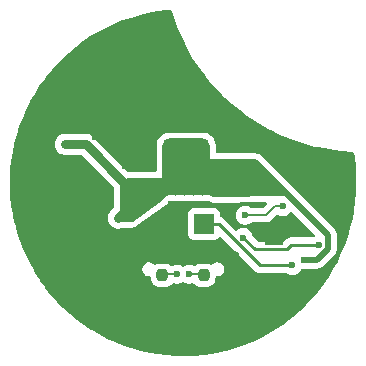
<source format=gbr>
%TF.GenerationSoftware,KiCad,Pcbnew,9.0.6*%
%TF.CreationDate,2026-01-04T02:45:31-08:00*%
%TF.ProjectId,flashlight adapter,666c6173-686c-4696-9768-742061646170,rev?*%
%TF.SameCoordinates,Original*%
%TF.FileFunction,Copper,L2,Bot*%
%TF.FilePolarity,Positive*%
%FSLAX46Y46*%
G04 Gerber Fmt 4.6, Leading zero omitted, Abs format (unit mm)*
G04 Created by KiCad (PCBNEW 9.0.6) date 2026-01-04 02:45:31*
%MOMM*%
%LPD*%
G01*
G04 APERTURE LIST*
G04 Aperture macros list*
%AMRoundRect*
0 Rectangle with rounded corners*
0 $1 Rounding radius*
0 $2 $3 $4 $5 $6 $7 $8 $9 X,Y pos of 4 corners*
0 Add a 4 corners polygon primitive as box body*
4,1,4,$2,$3,$4,$5,$6,$7,$8,$9,$2,$3,0*
0 Add four circle primitives for the rounded corners*
1,1,$1+$1,$2,$3*
1,1,$1+$1,$4,$5*
1,1,$1+$1,$6,$7*
1,1,$1+$1,$8,$9*
0 Add four rect primitives between the rounded corners*
20,1,$1+$1,$2,$3,$4,$5,0*
20,1,$1+$1,$4,$5,$6,$7,0*
20,1,$1+$1,$6,$7,$8,$9,0*
20,1,$1+$1,$8,$9,$2,$3,0*%
G04 Aperture macros list end*
%TA.AperFunction,HeatsinkPad*%
%ADD10C,0.508000*%
%TD*%
%TA.AperFunction,HeatsinkPad*%
%ADD11R,1.600000X1.600000*%
%TD*%
%TA.AperFunction,ComponentPad*%
%ADD12O,1.000000X1.800000*%
%TD*%
%TA.AperFunction,ComponentPad*%
%ADD13O,1.000000X2.100000*%
%TD*%
%TA.AperFunction,SMDPad,CuDef*%
%ADD14RoundRect,0.600000X-1.400000X-1.400000X1.400000X-1.400000X1.400000X1.400000X-1.400000X1.400000X0*%
%TD*%
%TA.AperFunction,SMDPad,CuDef*%
%ADD15RoundRect,0.237500X-0.237500X0.250000X-0.237500X-0.250000X0.237500X-0.250000X0.237500X0.250000X0*%
%TD*%
%TA.AperFunction,ComponentPad*%
%ADD16C,1.700000*%
%TD*%
%TA.AperFunction,ComponentPad*%
%ADD17R,1.700000X1.700000*%
%TD*%
%TA.AperFunction,ViaPad*%
%ADD18C,0.600000*%
%TD*%
%TA.AperFunction,Conductor*%
%ADD19C,0.508000*%
%TD*%
%TA.AperFunction,Conductor*%
%ADD20C,0.200000*%
%TD*%
%TA.AperFunction,Conductor*%
%ADD21C,0.254000*%
%TD*%
%TA.AperFunction,Conductor*%
%ADD22C,0.762000*%
%TD*%
G04 APERTURE END LIST*
D10*
%TO.P,U1,17,VSS*%
%TO.N,GND*%
X153687500Y-98500000D03*
X153687500Y-97500000D03*
D11*
X153187500Y-98000000D03*
D10*
X152687500Y-98500000D03*
X152687500Y-97500000D03*
%TD*%
D12*
%TO.P,J1,SH4,SHELL_GND__3*%
%TO.N,GND*%
X149820000Y-104500000D03*
%TO.P,J1,SH3,SHELL_GND__2*%
X141180000Y-104500000D03*
D13*
%TO.P,J1,SH2,SHELL_GND__1*%
X149820000Y-100320000D03*
%TO.P,J1,SH1,SHELL_GND*%
X141180000Y-100320000D03*
%TD*%
D14*
%TO.P,BT+1,1,1*%
%TO.N,/BAT*%
X145750000Y-91750000D03*
%TD*%
D15*
%TO.P,R1,2*%
%TO.N,GND*%
X143750000Y-103162500D03*
%TO.P,R1,1*%
%TO.N,Net-(J1-CC1)*%
X143750000Y-101337500D03*
%TD*%
%TO.P,R5,2*%
%TO.N,GND*%
X147250000Y-103162500D03*
%TO.P,R5,1*%
%TO.N,Net-(J1-CC2)*%
X147250000Y-101337500D03*
%TD*%
D16*
%TO.P,TH1,2*%
%TO.N,GND*%
X144710000Y-97000000D03*
D17*
%TO.P,TH1,1*%
%TO.N,/TS*%
X147250000Y-97000000D03*
%TD*%
D18*
%TO.N,GND*%
X158700000Y-95100000D03*
X158800000Y-93500000D03*
X158700000Y-91900000D03*
X142900000Y-90200000D03*
X140600000Y-92100000D03*
X138800000Y-89600000D03*
X138000000Y-89600000D03*
X135500000Y-84750000D03*
X145000000Y-87500000D03*
X145500000Y-87000000D03*
X146000000Y-86500000D03*
X146500000Y-86000000D03*
X147000000Y-85500000D03*
X148750000Y-89750000D03*
X149250000Y-89250000D03*
X149750000Y-88750000D03*
X152860000Y-105000000D03*
X152860000Y-104180000D03*
X158750000Y-98500000D03*
X146100000Y-106250000D03*
X143700000Y-106250000D03*
X142500000Y-106250000D03*
X144900000Y-106250000D03*
X147300000Y-106250000D03*
X148500000Y-106250000D03*
X147500000Y-95300000D03*
X146750000Y-95300000D03*
X146000000Y-95300000D03*
X145250000Y-95300000D03*
X144500000Y-95300000D03*
X133250000Y-89250000D03*
X132250000Y-89250000D03*
X132250000Y-90250000D03*
X133250000Y-90250000D03*
%TO.N,/TS*%
X154750000Y-100500000D03*
%TO.N,/BAT*%
X155750000Y-100000000D03*
X140000000Y-96500000D03*
X135500000Y-90250000D03*
X140500000Y-94250000D03*
X140500000Y-93500000D03*
%TO.N,Net-(U1-ILIM)*%
X150596002Y-98133876D03*
X157000000Y-98750000D03*
%TO.N,/EN2*%
X153937500Y-95500000D03*
X150750000Y-96250000D03*
%TO.N,Net-(J1-CC2)*%
X146000000Y-101250000D03*
%TO.N,Net-(J1-CC1)*%
X145000000Y-101250000D03*
%TD*%
D19*
%TO.N,/BAT*%
X145750000Y-91750000D02*
X141000000Y-96500000D01*
X141000000Y-96500000D02*
X140000000Y-96500000D01*
D20*
%TO.N,/EN2*%
X152500000Y-96250000D02*
X150750000Y-96250000D01*
X153250000Y-95500000D02*
X152500000Y-96250000D01*
X153937500Y-95500000D02*
X153250000Y-95500000D01*
D21*
%TO.N,/TS*%
X152000000Y-100500000D02*
X154750000Y-100500000D01*
X148500000Y-97000000D02*
X152000000Y-100500000D01*
X147250000Y-97000000D02*
X148500000Y-97000000D01*
D19*
%TO.N,/BAT*%
X157755000Y-97937268D02*
X151567732Y-91750000D01*
X156817732Y-100000000D02*
X157755000Y-99062732D01*
X157755000Y-99062732D02*
X157755000Y-97937268D01*
X151567732Y-91750000D02*
X145750000Y-91750000D01*
X155750000Y-100000000D02*
X156817732Y-100000000D01*
D22*
X144000000Y-93500000D02*
X140500000Y-93500000D01*
X145750000Y-91750000D02*
X144000000Y-93500000D01*
D21*
%TO.N,Net-(U1-ILIM)*%
X151590126Y-99128000D02*
X150596002Y-98133876D01*
X154266127Y-99128000D02*
X151590126Y-99128000D01*
X157000000Y-98750000D02*
X154644127Y-98750000D01*
X154644127Y-98750000D02*
X154266127Y-99128000D01*
D22*
%TO.N,/BAT*%
X140500000Y-96000000D02*
X140000000Y-96500000D01*
X140500000Y-94250000D02*
X140500000Y-96000000D01*
X135500000Y-90250000D02*
X137250000Y-90250000D01*
X137250000Y-90250000D02*
X140500000Y-93500000D01*
X140500000Y-93500000D02*
X140500000Y-94250000D01*
D20*
%TO.N,Net-(J1-CC2)*%
X146000000Y-101250000D02*
X147162500Y-101250000D01*
X147162500Y-101250000D02*
X147250000Y-101337500D01*
%TO.N,Net-(J1-CC1)*%
X143837500Y-101250000D02*
X143750000Y-101337500D01*
X145000000Y-101250000D02*
X143837500Y-101250000D01*
%TD*%
%TA.AperFunction,Conductor*%
%TO.N,GND*%
G36*
X144475444Y-78888030D02*
G01*
X144524912Y-78937372D01*
X144534165Y-78958859D01*
X144776336Y-79709336D01*
X144776341Y-79709349D01*
X145056811Y-80454573D01*
X145056818Y-80454590D01*
X145056821Y-80454597D01*
X145372603Y-81185587D01*
X145540224Y-81527687D01*
X145722979Y-81900672D01*
X145722985Y-81900683D01*
X146107098Y-82598121D01*
X146107102Y-82598128D01*
X146107109Y-82598140D01*
X146286805Y-82890422D01*
X146524144Y-83276462D01*
X146524153Y-83276475D01*
X146973145Y-83934099D01*
X147315160Y-84386931D01*
X147453062Y-84569515D01*
X147962789Y-85181247D01*
X147962798Y-85181257D01*
X148501175Y-85767916D01*
X148501181Y-85767921D01*
X148501193Y-85767934D01*
X148763090Y-86027261D01*
X149067019Y-86328208D01*
X149067019Y-86328209D01*
X149658942Y-86860762D01*
X149658952Y-86860770D01*
X149658977Y-86860793D01*
X150275718Y-87364475D01*
X150915830Y-87838100D01*
X151577849Y-88280586D01*
X151577854Y-88280589D01*
X152260263Y-88690922D01*
X152260269Y-88690926D01*
X152865664Y-89016606D01*
X152961511Y-89068168D01*
X153679990Y-89411464D01*
X154414057Y-89720024D01*
X155162034Y-89993142D01*
X155922212Y-90230194D01*
X155922225Y-90230197D01*
X155922227Y-90230198D01*
X156112618Y-90279719D01*
X156692852Y-90430639D01*
X156692867Y-90430642D01*
X156692875Y-90430644D01*
X156797933Y-90452668D01*
X157472192Y-90594018D01*
X158258451Y-90719957D01*
X159049831Y-90808168D01*
X159831588Y-90857631D01*
X159897247Y-90881509D01*
X159939576Y-90937097D01*
X159945841Y-90959686D01*
X160007091Y-91304326D01*
X160008050Y-91310674D01*
X160101288Y-92058101D01*
X160101918Y-92064490D01*
X160156346Y-92815767D01*
X160156644Y-92822180D01*
X160172116Y-93575252D01*
X160172082Y-93581672D01*
X160148557Y-94334555D01*
X160148190Y-94340965D01*
X160085728Y-95091603D01*
X160085030Y-95097985D01*
X159983802Y-95844382D01*
X159982775Y-95850719D01*
X159843050Y-96590888D01*
X159841696Y-96597164D01*
X159663849Y-97329105D01*
X159662172Y-97335302D01*
X159446684Y-98057048D01*
X159444689Y-98063150D01*
X159192126Y-98772795D01*
X159189817Y-98778786D01*
X158900873Y-99474384D01*
X158899657Y-99475889D01*
X158898258Y-99480247D01*
X158573693Y-100159969D01*
X158570778Y-100165689D01*
X158211460Y-100827719D01*
X158208252Y-100833280D01*
X157815167Y-101475798D01*
X157811676Y-101481186D01*
X157385854Y-102102506D01*
X157382089Y-102107706D01*
X156924672Y-102706169D01*
X156920642Y-102711167D01*
X156432886Y-103285124D01*
X156428604Y-103289907D01*
X155911770Y-103837878D01*
X155907245Y-103842433D01*
X155362752Y-104362909D01*
X155357998Y-104367223D01*
X154787307Y-104858811D01*
X154782336Y-104862874D01*
X154186951Y-105324279D01*
X154181776Y-105328079D01*
X153563319Y-105758040D01*
X153557955Y-105761567D01*
X152918068Y-106158947D01*
X152912528Y-106162192D01*
X152252922Y-106525926D01*
X152247221Y-106528879D01*
X151569692Y-106857975D01*
X151563847Y-106860630D01*
X150870173Y-107154227D01*
X150864198Y-107156575D01*
X150156273Y-107413871D01*
X150150184Y-107415907D01*
X149429904Y-107636213D01*
X149423718Y-107637932D01*
X148692958Y-107820674D01*
X148686692Y-107822069D01*
X147947497Y-107966735D01*
X147941167Y-107967805D01*
X147195444Y-108074023D01*
X147189066Y-108074763D01*
X146438873Y-108142240D01*
X146432466Y-108142650D01*
X145679757Y-108171209D01*
X145673338Y-108171286D01*
X144920181Y-108160849D01*
X144913766Y-108160594D01*
X144162144Y-108111188D01*
X144155751Y-108110601D01*
X143407705Y-108022362D01*
X143401350Y-108021445D01*
X142658879Y-107894607D01*
X142652581Y-107893363D01*
X141917647Y-107728261D01*
X141911422Y-107726692D01*
X141186036Y-107523780D01*
X141179900Y-107521891D01*
X140969099Y-107450970D01*
X140822942Y-107401797D01*
X140465985Y-107281704D01*
X140459955Y-107279500D01*
X139759430Y-107002686D01*
X139753522Y-107000173D01*
X139068244Y-106687464D01*
X139062491Y-106684656D01*
X138394339Y-106336910D01*
X138388724Y-106333801D01*
X137739450Y-105951929D01*
X137734002Y-105948532D01*
X137105370Y-105533572D01*
X137100106Y-105529898D01*
X136493801Y-105082964D01*
X136488733Y-105079022D01*
X135906357Y-104601293D01*
X135901501Y-104597094D01*
X135344647Y-104089876D01*
X135340014Y-104085431D01*
X135014716Y-103756756D01*
X134810155Y-103550070D01*
X134805767Y-103545402D01*
X134575756Y-103287580D01*
X134304303Y-102983305D01*
X134300163Y-102978414D01*
X134085518Y-102711167D01*
X133828482Y-102391139D01*
X133824599Y-102386039D01*
X133780931Y-102325500D01*
X133383945Y-101775138D01*
X133380349Y-101769871D01*
X132971881Y-101136946D01*
X132968567Y-101131507D01*
X132746145Y-100744234D01*
X142034500Y-100744234D01*
X142034500Y-100895765D01*
X142073719Y-101042136D01*
X142109081Y-101103383D01*
X142149485Y-101173365D01*
X142256635Y-101280515D01*
X142387865Y-101356281D01*
X142534234Y-101395500D01*
X142534236Y-101395500D01*
X142650501Y-101395500D01*
X142717540Y-101415185D01*
X142763295Y-101467989D01*
X142774501Y-101519500D01*
X142774501Y-101636687D01*
X142784825Y-101737752D01*
X142839092Y-101901515D01*
X142839093Y-101901518D01*
X142844278Y-101909924D01*
X142929660Y-102048350D01*
X143051650Y-102170340D01*
X143198484Y-102260908D01*
X143362247Y-102315174D01*
X143463323Y-102325500D01*
X144036676Y-102325499D01*
X144036684Y-102325498D01*
X144036687Y-102325498D01*
X144092030Y-102319844D01*
X144137753Y-102315174D01*
X144301516Y-102260908D01*
X144448350Y-102170340D01*
X144570340Y-102048350D01*
X144570342Y-102048346D01*
X144574823Y-102042681D01*
X144576417Y-102043941D01*
X144620813Y-102003997D01*
X144689774Y-101992765D01*
X144721866Y-102001248D01*
X144766503Y-102019737D01*
X144888184Y-102043941D01*
X144921153Y-102050499D01*
X144921156Y-102050500D01*
X144921158Y-102050500D01*
X145078844Y-102050500D01*
X145078845Y-102050499D01*
X145233497Y-102019737D01*
X145379179Y-101959394D01*
X145431110Y-101924694D01*
X145497785Y-101903816D01*
X145565165Y-101922300D01*
X145568863Y-101924676D01*
X145620821Y-101959394D01*
X145620823Y-101959395D01*
X145620825Y-101959396D01*
X145728503Y-102003997D01*
X145766503Y-102019737D01*
X145888184Y-102043941D01*
X145921153Y-102050499D01*
X145921156Y-102050500D01*
X145921158Y-102050500D01*
X146078844Y-102050500D01*
X146078845Y-102050499D01*
X146233497Y-102019737D01*
X146278126Y-102001250D01*
X146347594Y-101993781D01*
X146410073Y-102025055D01*
X146424786Y-102042993D01*
X146425179Y-102042683D01*
X146429660Y-102048350D01*
X146551650Y-102170340D01*
X146698484Y-102260908D01*
X146862247Y-102315174D01*
X146963323Y-102325500D01*
X147536676Y-102325499D01*
X147536684Y-102325498D01*
X147536687Y-102325498D01*
X147592030Y-102319844D01*
X147637753Y-102315174D01*
X147801516Y-102260908D01*
X147948350Y-102170340D01*
X148070340Y-102048350D01*
X148160908Y-101901516D01*
X148215174Y-101737753D01*
X148225500Y-101636677D01*
X148225500Y-101519500D01*
X148245185Y-101452461D01*
X148297989Y-101406706D01*
X148349500Y-101395500D01*
X148465764Y-101395500D01*
X148465766Y-101395500D01*
X148612135Y-101356281D01*
X148743365Y-101280515D01*
X148850515Y-101173365D01*
X148926281Y-101042135D01*
X148965500Y-100895766D01*
X148965500Y-100744234D01*
X148926281Y-100597865D01*
X148850515Y-100466635D01*
X148743365Y-100359485D01*
X148677750Y-100321602D01*
X148612136Y-100283719D01*
X148538950Y-100264109D01*
X148465766Y-100244500D01*
X148314234Y-100244500D01*
X148167863Y-100283719D01*
X148036635Y-100359485D01*
X147982492Y-100413628D01*
X147921168Y-100447112D01*
X147851476Y-100442127D01*
X147829715Y-100431485D01*
X147801522Y-100414095D01*
X147801517Y-100414093D01*
X147801516Y-100414092D01*
X147637753Y-100359826D01*
X147637751Y-100359825D01*
X147536678Y-100349500D01*
X146963330Y-100349500D01*
X146963312Y-100349501D01*
X146862247Y-100359825D01*
X146698484Y-100414092D01*
X146698481Y-100414093D01*
X146551648Y-100504661D01*
X146532976Y-100523333D01*
X146471653Y-100556817D01*
X146401961Y-100551831D01*
X146384787Y-100543042D01*
X146384554Y-100543479D01*
X146379172Y-100540602D01*
X146233501Y-100480264D01*
X146233489Y-100480261D01*
X146078845Y-100449500D01*
X146078842Y-100449500D01*
X145921158Y-100449500D01*
X145921155Y-100449500D01*
X145766510Y-100480261D01*
X145766498Y-100480264D01*
X145620827Y-100540602D01*
X145620814Y-100540609D01*
X145568891Y-100575304D01*
X145502214Y-100596182D01*
X145434833Y-100577698D01*
X145431109Y-100575304D01*
X145379185Y-100540609D01*
X145379172Y-100540602D01*
X145233501Y-100480264D01*
X145233489Y-100480261D01*
X145078845Y-100449500D01*
X145078842Y-100449500D01*
X144921158Y-100449500D01*
X144921155Y-100449500D01*
X144766510Y-100480261D01*
X144766498Y-100480264D01*
X144620828Y-100540602D01*
X144615447Y-100543479D01*
X144614451Y-100541616D01*
X144556911Y-100559631D01*
X144489532Y-100541144D01*
X144467022Y-100523332D01*
X144448351Y-100504661D01*
X144448350Y-100504660D01*
X144329715Y-100431485D01*
X144301518Y-100414093D01*
X144301513Y-100414091D01*
X144300069Y-100413612D01*
X144137753Y-100359826D01*
X144137751Y-100359825D01*
X144036678Y-100349500D01*
X143463330Y-100349500D01*
X143463312Y-100349501D01*
X143362247Y-100359825D01*
X143198484Y-100414092D01*
X143198479Y-100414095D01*
X143170283Y-100431486D01*
X143102890Y-100449925D01*
X143036227Y-100429001D01*
X143017507Y-100413627D01*
X142963367Y-100359487D01*
X142963365Y-100359485D01*
X142897750Y-100321602D01*
X142832136Y-100283719D01*
X142758950Y-100264109D01*
X142685766Y-100244500D01*
X142534234Y-100244500D01*
X142387863Y-100283719D01*
X142256635Y-100359485D01*
X142256632Y-100359487D01*
X142149487Y-100466632D01*
X142149485Y-100466635D01*
X142073719Y-100597863D01*
X142034500Y-100744234D01*
X132746145Y-100744234D01*
X132593400Y-100478280D01*
X132590374Y-100472680D01*
X132249523Y-99800920D01*
X132246788Y-99795165D01*
X131941176Y-99106690D01*
X131938725Y-99100757D01*
X131669157Y-98397396D01*
X131667026Y-98391376D01*
X131434219Y-97674988D01*
X131432398Y-97668847D01*
X131420240Y-97623587D01*
X131236983Y-96941376D01*
X131235480Y-96935136D01*
X131208633Y-96809576D01*
X131077988Y-96198567D01*
X131076810Y-96192264D01*
X131074906Y-96180383D01*
X130957645Y-95448489D01*
X130956795Y-95442129D01*
X130946842Y-95349541D01*
X130876284Y-94693171D01*
X130875769Y-94686828D01*
X130834130Y-93934706D01*
X130833942Y-93928341D01*
X130831288Y-93175076D01*
X130831431Y-93168672D01*
X130859159Y-92594500D01*
X130867766Y-92416276D01*
X130868241Y-92409891D01*
X130875377Y-92338796D01*
X130943468Y-91660402D01*
X130944266Y-91654095D01*
X131058192Y-90909457D01*
X131059318Y-90903191D01*
X131176249Y-90336822D01*
X134618499Y-90336822D01*
X134652374Y-90507118D01*
X134652377Y-90507128D01*
X134718821Y-90667540D01*
X134718828Y-90667553D01*
X134815293Y-90811922D01*
X134815296Y-90811926D01*
X134938073Y-90934703D01*
X134938077Y-90934706D01*
X135082446Y-91031171D01*
X135082459Y-91031178D01*
X135203630Y-91081368D01*
X135242876Y-91097624D01*
X135242880Y-91097624D01*
X135242881Y-91097625D01*
X135413177Y-91131500D01*
X135413180Y-91131500D01*
X136833508Y-91131500D01*
X136900547Y-91151185D01*
X136921189Y-91167819D01*
X139582181Y-93828811D01*
X139615666Y-93890134D01*
X139618500Y-93916492D01*
X139618500Y-95583507D01*
X139598815Y-95650546D01*
X139582181Y-95671188D01*
X139315296Y-95938072D01*
X139315295Y-95938073D01*
X139218822Y-96082456D01*
X139152377Y-96242871D01*
X139152374Y-96242881D01*
X139118500Y-96413176D01*
X139118500Y-96413179D01*
X139118500Y-96586821D01*
X139118500Y-96586823D01*
X139118499Y-96586823D01*
X139152374Y-96757118D01*
X139152377Y-96757128D01*
X139218822Y-96917543D01*
X139315295Y-97061926D01*
X139438073Y-97184704D01*
X139582456Y-97281177D01*
X139742871Y-97347622D01*
X139742876Y-97347624D01*
X139742880Y-97347624D01*
X139742881Y-97347625D01*
X139913176Y-97381500D01*
X139913179Y-97381500D01*
X140086823Y-97381500D01*
X140239111Y-97351207D01*
X140257124Y-97347624D01*
X140336034Y-97314938D01*
X140383485Y-97305500D01*
X141159825Y-97305500D01*
X141161242Y-97305480D01*
X141173838Y-97305306D01*
X141180722Y-97305115D01*
X141194766Y-97304529D01*
X141335826Y-97276178D01*
X141401669Y-97252802D01*
X141529026Y-97185859D01*
X144064900Y-95349535D01*
X144132539Y-95290746D01*
X144162914Y-95259203D01*
X144219102Y-95189407D01*
X144264079Y-95122092D01*
X144279496Y-95103306D01*
X144303309Y-95079493D01*
X144322094Y-95064077D01*
X144325694Y-95061672D01*
X144350109Y-95045358D01*
X144371545Y-95033899D01*
X144402671Y-95021007D01*
X144425918Y-95013955D01*
X144458970Y-95007381D01*
X144483154Y-95005000D01*
X144516842Y-95005000D01*
X144541027Y-95007381D01*
X144574079Y-95013956D01*
X144597331Y-95021009D01*
X144626865Y-95033242D01*
X144628447Y-95033898D01*
X144634104Y-95036241D01*
X144685116Y-95054238D01*
X144710550Y-95061707D01*
X144763230Y-95074156D01*
X144907019Y-95079291D01*
X144907019Y-95079290D01*
X144907020Y-95079291D01*
X144907020Y-95079290D01*
X144976489Y-95071822D01*
X145115898Y-95036240D01*
X145152664Y-95021011D01*
X145175918Y-95013955D01*
X145208970Y-95007381D01*
X145233154Y-95005000D01*
X145266842Y-95005000D01*
X145291027Y-95007381D01*
X145324079Y-95013956D01*
X145347331Y-95021009D01*
X145376865Y-95033242D01*
X145378447Y-95033898D01*
X145384104Y-95036241D01*
X145435116Y-95054238D01*
X145460550Y-95061707D01*
X145513230Y-95074156D01*
X145657019Y-95079291D01*
X145657019Y-95079290D01*
X145657020Y-95079291D01*
X145657020Y-95079290D01*
X145726489Y-95071822D01*
X145865898Y-95036240D01*
X145902664Y-95021011D01*
X145925918Y-95013955D01*
X145958970Y-95007381D01*
X145983154Y-95005000D01*
X146016842Y-95005000D01*
X146041027Y-95007381D01*
X146074079Y-95013956D01*
X146097331Y-95021009D01*
X146126865Y-95033242D01*
X146128447Y-95033898D01*
X146134104Y-95036241D01*
X146185116Y-95054238D01*
X146210550Y-95061707D01*
X146263230Y-95074156D01*
X146407019Y-95079291D01*
X146407019Y-95079290D01*
X146407020Y-95079291D01*
X146407020Y-95079290D01*
X146476489Y-95071822D01*
X146615898Y-95036240D01*
X146652664Y-95021011D01*
X146675918Y-95013955D01*
X146708970Y-95007381D01*
X146733154Y-95005000D01*
X146766842Y-95005000D01*
X146791027Y-95007381D01*
X146824079Y-95013956D01*
X146847331Y-95021009D01*
X146876865Y-95033242D01*
X146878447Y-95033898D01*
X146884104Y-95036241D01*
X146935116Y-95054238D01*
X146960550Y-95061707D01*
X147013230Y-95074156D01*
X147157019Y-95079291D01*
X147157019Y-95079290D01*
X147157020Y-95079291D01*
X147157020Y-95079290D01*
X147226489Y-95071822D01*
X147365898Y-95036240D01*
X147402664Y-95021011D01*
X147425918Y-95013955D01*
X147458970Y-95007381D01*
X147483154Y-95005000D01*
X147516842Y-95005000D01*
X147541033Y-95007383D01*
X147574073Y-95013955D01*
X147597331Y-95021009D01*
X147628445Y-95033896D01*
X147649884Y-95045356D01*
X147674284Y-95061660D01*
X147674302Y-95061672D01*
X147680144Y-95065517D01*
X147683002Y-95067370D01*
X147688810Y-95071079D01*
X147820257Y-95129588D01*
X147852135Y-95138616D01*
X147862790Y-95145319D01*
X147887482Y-95148627D01*
X147887482Y-95148628D01*
X148030088Y-95167734D01*
X152475227Y-95124991D01*
X152542449Y-95144030D01*
X152588710Y-95196391D01*
X152599318Y-95265451D01*
X152570905Y-95329283D01*
X152564098Y-95336666D01*
X152287582Y-95613182D01*
X152226262Y-95646666D01*
X152199903Y-95649500D01*
X151329766Y-95649500D01*
X151262727Y-95629815D01*
X151260875Y-95628602D01*
X151129185Y-95540609D01*
X151129172Y-95540602D01*
X150983501Y-95480264D01*
X150983489Y-95480261D01*
X150828845Y-95449500D01*
X150828842Y-95449500D01*
X150671158Y-95449500D01*
X150671155Y-95449500D01*
X150516510Y-95480261D01*
X150516498Y-95480264D01*
X150370827Y-95540602D01*
X150370814Y-95540609D01*
X150239711Y-95628210D01*
X150239707Y-95628213D01*
X150128213Y-95739707D01*
X150128210Y-95739711D01*
X150040609Y-95870814D01*
X150040602Y-95870827D01*
X149980264Y-96016498D01*
X149980261Y-96016510D01*
X149949500Y-96171153D01*
X149949500Y-96328846D01*
X149980261Y-96483489D01*
X149980264Y-96483501D01*
X150040602Y-96629172D01*
X150040609Y-96629185D01*
X150128210Y-96760288D01*
X150128213Y-96760292D01*
X150239707Y-96871786D01*
X150239711Y-96871789D01*
X150370814Y-96959390D01*
X150370827Y-96959397D01*
X150516498Y-97019735D01*
X150516503Y-97019737D01*
X150671153Y-97050499D01*
X150671156Y-97050500D01*
X150671158Y-97050500D01*
X150828844Y-97050500D01*
X150828845Y-97050499D01*
X150983497Y-97019737D01*
X151129179Y-96959394D01*
X151156666Y-96941028D01*
X151260875Y-96871398D01*
X151327553Y-96850520D01*
X151329766Y-96850500D01*
X152413331Y-96850500D01*
X152413347Y-96850501D01*
X152420943Y-96850501D01*
X152579054Y-96850501D01*
X152579057Y-96850501D01*
X152731785Y-96809577D01*
X152781904Y-96780639D01*
X152868716Y-96730520D01*
X152980520Y-96618716D01*
X152980520Y-96618714D01*
X152990728Y-96608507D01*
X152990730Y-96608504D01*
X153385367Y-96213866D01*
X153446688Y-96180383D01*
X153516380Y-96185367D01*
X153541937Y-96198447D01*
X153558315Y-96209390D01*
X153558321Y-96209394D01*
X153558323Y-96209395D01*
X153558327Y-96209397D01*
X153639142Y-96242871D01*
X153704003Y-96269737D01*
X153836558Y-96296104D01*
X153858653Y-96300499D01*
X153858656Y-96300500D01*
X153858658Y-96300500D01*
X154016344Y-96300500D01*
X154016345Y-96300499D01*
X154170997Y-96269737D01*
X154316679Y-96209394D01*
X154447789Y-96121789D01*
X154559289Y-96010289D01*
X154559292Y-96010283D01*
X154563149Y-96005585D01*
X154565305Y-96007354D01*
X154609706Y-95970218D01*
X154679028Y-95961484D01*
X154742067Y-95991614D01*
X154746921Y-95996214D01*
X156616183Y-97865476D01*
X156626279Y-97883965D01*
X156640358Y-97899639D01*
X156642687Y-97914015D01*
X156649668Y-97926799D01*
X156648165Y-97947814D01*
X156651535Y-97968609D01*
X156645723Y-97981961D01*
X156644684Y-97996491D01*
X156632057Y-98013357D01*
X156623650Y-98032673D01*
X156605172Y-98049270D01*
X156602812Y-98052424D01*
X156597394Y-98056258D01*
X156529535Y-98101601D01*
X156462858Y-98122480D01*
X156460643Y-98122500D01*
X154582319Y-98122500D01*
X154461099Y-98146612D01*
X154461089Y-98146615D01*
X154440700Y-98155060D01*
X154440688Y-98155065D01*
X154435182Y-98157347D01*
X154346894Y-98193917D01*
X154270856Y-98244724D01*
X154265699Y-98248169D01*
X154265691Y-98248174D01*
X154244116Y-98262590D01*
X154244115Y-98262591D01*
X154042527Y-98464181D01*
X153981204Y-98497666D01*
X153954846Y-98500500D01*
X151901407Y-98500500D01*
X151834368Y-98480815D01*
X151813726Y-98464181D01*
X151421093Y-98071548D01*
X151387608Y-98010225D01*
X151387185Y-98008199D01*
X151365739Y-97900379D01*
X151350236Y-97862951D01*
X151305399Y-97754703D01*
X151305392Y-97754690D01*
X151217791Y-97623587D01*
X151217788Y-97623583D01*
X151106294Y-97512089D01*
X151106290Y-97512086D01*
X150975187Y-97424485D01*
X150975174Y-97424478D01*
X150829503Y-97364140D01*
X150829491Y-97364137D01*
X150674847Y-97333376D01*
X150674844Y-97333376D01*
X150517160Y-97333376D01*
X150517157Y-97333376D01*
X150362512Y-97364137D01*
X150362500Y-97364140D01*
X150216829Y-97424478D01*
X150216816Y-97424485D01*
X150085716Y-97512084D01*
X150080286Y-97517514D01*
X150018961Y-97550996D01*
X149949269Y-97546008D01*
X149904928Y-97517509D01*
X148900011Y-96512591D01*
X148900007Y-96512588D01*
X148797239Y-96443920D01*
X148797226Y-96443913D01*
X148753274Y-96425708D01*
X148753224Y-96425688D01*
X148683035Y-96396614D01*
X148682862Y-96396579D01*
X148677096Y-96394194D01*
X148654393Y-96375915D01*
X148630027Y-96359930D01*
X148627503Y-96354264D01*
X148622674Y-96350376D01*
X148613457Y-96322726D01*
X148601601Y-96296104D01*
X148600853Y-96284911D01*
X148600580Y-96284092D01*
X148600752Y-96283413D01*
X148600499Y-96279612D01*
X148600499Y-96102129D01*
X148600498Y-96102123D01*
X148600497Y-96102116D01*
X148594091Y-96042517D01*
X148584388Y-96016503D01*
X148543797Y-95907671D01*
X148543793Y-95907664D01*
X148457547Y-95792455D01*
X148457544Y-95792452D01*
X148342335Y-95706206D01*
X148342328Y-95706202D01*
X148207482Y-95655908D01*
X148207483Y-95655908D01*
X148147883Y-95649501D01*
X148147881Y-95649500D01*
X148147873Y-95649500D01*
X148147864Y-95649500D01*
X146352129Y-95649500D01*
X146352123Y-95649501D01*
X146292516Y-95655908D01*
X146157671Y-95706202D01*
X146157664Y-95706206D01*
X146042455Y-95792452D01*
X146042452Y-95792455D01*
X145956206Y-95907664D01*
X145956202Y-95907671D01*
X145905908Y-96042517D01*
X145899501Y-96102116D01*
X145899501Y-96102123D01*
X145899500Y-96102135D01*
X145899500Y-97897870D01*
X145899501Y-97897876D01*
X145905908Y-97957483D01*
X145956202Y-98092328D01*
X145956206Y-98092335D01*
X146042452Y-98207544D01*
X146042455Y-98207547D01*
X146157664Y-98293793D01*
X146157671Y-98293797D01*
X146292517Y-98344091D01*
X146292516Y-98344091D01*
X146299444Y-98344835D01*
X146352127Y-98350500D01*
X148147872Y-98350499D01*
X148207483Y-98344091D01*
X148342331Y-98293796D01*
X148457546Y-98207546D01*
X148527014Y-98114748D01*
X148582945Y-98072878D01*
X148652637Y-98067894D01*
X148713960Y-98101379D01*
X151512589Y-100900008D01*
X151599992Y-100987411D01*
X151646095Y-101018216D01*
X151702767Y-101056083D01*
X151702769Y-101056084D01*
X151702773Y-101056086D01*
X151816960Y-101103383D01*
X151816965Y-101103385D01*
X151816969Y-101103385D01*
X151816970Y-101103386D01*
X151938193Y-101127500D01*
X151938196Y-101127500D01*
X151938197Y-101127500D01*
X154210643Y-101127500D01*
X154277682Y-101147185D01*
X154279534Y-101148398D01*
X154370814Y-101209390D01*
X154370827Y-101209397D01*
X154516498Y-101269735D01*
X154516503Y-101269737D01*
X154671153Y-101300499D01*
X154671156Y-101300500D01*
X154671158Y-101300500D01*
X154828844Y-101300500D01*
X154828845Y-101300499D01*
X154983497Y-101269737D01*
X155129179Y-101209394D01*
X155260289Y-101121789D01*
X155371789Y-101010289D01*
X155459394Y-100879179D01*
X155466677Y-100861593D01*
X155510514Y-100807190D01*
X155576807Y-100785122D01*
X155605431Y-100787426D01*
X155671155Y-100800500D01*
X155671158Y-100800500D01*
X155828844Y-100800500D01*
X155828845Y-100800499D01*
X155906152Y-100785122D01*
X155983488Y-100769739D01*
X155983489Y-100769738D01*
X155983497Y-100769737D01*
X155997498Y-100763937D01*
X156044947Y-100754500D01*
X156737286Y-100754500D01*
X156737306Y-100754501D01*
X156743420Y-100754501D01*
X156892046Y-100754501D01*
X156943656Y-100744234D01*
X157013626Y-100730315D01*
X157037812Y-100725505D01*
X157122507Y-100690423D01*
X157175121Y-100668630D01*
X157298698Y-100586059D01*
X158341059Y-99543698D01*
X158423629Y-99420122D01*
X158443649Y-99371789D01*
X158480505Y-99282812D01*
X158497077Y-99199500D01*
X158509501Y-99137044D01*
X158509501Y-98988420D01*
X158509501Y-98983310D01*
X158509500Y-98983284D01*
X158509500Y-97862955D01*
X158509499Y-97862951D01*
X158487966Y-97754697D01*
X158480505Y-97717188D01*
X158423629Y-97579878D01*
X158378334Y-97512089D01*
X158341060Y-97456303D01*
X158341054Y-97456296D01*
X158231647Y-97346889D01*
X158231624Y-97346868D01*
X152048701Y-91163943D01*
X152048700Y-91163942D01*
X151949448Y-91097625D01*
X151925121Y-91081370D01*
X151925118Y-91081368D01*
X151925117Y-91081368D01*
X151844687Y-91048053D01*
X151787812Y-91024495D01*
X151763626Y-91019684D01*
X151642046Y-90995499D01*
X151642044Y-90995499D01*
X151493420Y-90995499D01*
X151487306Y-90995499D01*
X151487286Y-90995500D01*
X148374500Y-90995500D01*
X148307461Y-90975815D01*
X148261706Y-90923011D01*
X148250500Y-90871500D01*
X148250500Y-90265973D01*
X148250500Y-90265962D01*
X148247688Y-90218755D01*
X148235598Y-90163180D01*
X148203015Y-90013397D01*
X148203012Y-90013386D01*
X148120281Y-89820191D01*
X148120280Y-89820189D01*
X148120279Y-89820187D01*
X148002477Y-89646135D01*
X147853865Y-89497523D01*
X147679813Y-89379721D01*
X147679811Y-89379720D01*
X147679808Y-89379718D01*
X147486613Y-89296987D01*
X147486602Y-89296984D01*
X147281250Y-89252312D01*
X147266492Y-89251433D01*
X147234038Y-89249500D01*
X144265962Y-89249500D01*
X144235416Y-89251319D01*
X144218749Y-89252312D01*
X144013397Y-89296984D01*
X144013386Y-89296987D01*
X143820191Y-89379718D01*
X143646137Y-89497521D01*
X143646132Y-89497525D01*
X143497525Y-89646132D01*
X143497521Y-89646137D01*
X143379718Y-89820191D01*
X143296987Y-90013386D01*
X143296984Y-90013397D01*
X143252312Y-90218749D01*
X143251630Y-90230198D01*
X143249500Y-90265962D01*
X143249500Y-90265973D01*
X143249500Y-92334212D01*
X143249161Y-92343372D01*
X143243760Y-92416294D01*
X143239066Y-92479660D01*
X143214483Y-92545062D01*
X143158444Y-92586791D01*
X143115405Y-92594500D01*
X140892492Y-92594500D01*
X140825453Y-92574815D01*
X140804811Y-92558181D01*
X137811927Y-89565296D01*
X137811926Y-89565295D01*
X137667543Y-89468822D01*
X137507128Y-89402377D01*
X137507118Y-89402374D01*
X137336823Y-89368500D01*
X137336821Y-89368500D01*
X137336820Y-89368500D01*
X135413180Y-89368500D01*
X135413178Y-89368500D01*
X135242881Y-89402374D01*
X135242871Y-89402377D01*
X135082459Y-89468821D01*
X135082446Y-89468828D01*
X134938077Y-89565293D01*
X134938073Y-89565296D01*
X134815296Y-89688073D01*
X134815293Y-89688077D01*
X134718828Y-89832446D01*
X134718821Y-89832459D01*
X134652377Y-89992871D01*
X134652374Y-89992881D01*
X134618500Y-90163177D01*
X134618500Y-90163180D01*
X134618500Y-90336820D01*
X134618500Y-90336822D01*
X134618499Y-90336822D01*
X131176249Y-90336822D01*
X131211630Y-90165450D01*
X131213071Y-90159282D01*
X131403369Y-89430393D01*
X131405132Y-89424289D01*
X131632887Y-88706264D01*
X131634962Y-88700261D01*
X131899604Y-87994910D01*
X131901977Y-87989056D01*
X132202732Y-87298437D01*
X132205441Y-87292632D01*
X132420737Y-86860802D01*
X132541545Y-86618489D01*
X132544538Y-86612858D01*
X132915073Y-85957034D01*
X132918353Y-85951565D01*
X133322365Y-85315750D01*
X133325918Y-85310467D01*
X133762255Y-84696475D01*
X133766101Y-84691350D01*
X133862551Y-84569515D01*
X134233649Y-84100741D01*
X134237757Y-84095822D01*
X134380001Y-83934099D01*
X134735219Y-83530236D01*
X134739553Y-83525557D01*
X135265665Y-82986432D01*
X135270236Y-82981984D01*
X135823571Y-82470789D01*
X135828319Y-82466626D01*
X136407356Y-81984769D01*
X136412350Y-81980827D01*
X137015531Y-81529599D01*
X137020730Y-81525915D01*
X137646458Y-81106510D01*
X137651848Y-81103096D01*
X138298438Y-80716643D01*
X138303999Y-80713511D01*
X138969727Y-80361040D01*
X138975449Y-80358198D01*
X139658512Y-80040664D01*
X139664368Y-80038124D01*
X140362976Y-79756357D01*
X140368946Y-79754128D01*
X141081191Y-79508901D01*
X141087276Y-79506981D01*
X141811252Y-79298948D01*
X141817412Y-79297349D01*
X142551202Y-79127063D01*
X142557448Y-79125783D01*
X143299074Y-78993703D01*
X143305345Y-78992752D01*
X144052833Y-78899232D01*
X144059147Y-78898607D01*
X144407155Y-78873266D01*
X144475444Y-78888030D01*
G37*
%TD.AperFunction*%
%TD*%
%TA.AperFunction,Conductor*%
%TO.N,/BAT*%
G36*
X151584439Y-91769685D02*
G01*
X151603825Y-91785080D01*
X154283920Y-94389983D01*
X154318274Y-94450824D01*
X154314281Y-94520579D01*
X154273210Y-94577103D01*
X154208100Y-94602449D01*
X154198687Y-94602897D01*
X148025228Y-94662257D01*
X147958003Y-94643218D01*
X147955145Y-94641365D01*
X147879184Y-94590609D01*
X147879172Y-94590602D01*
X147733501Y-94530264D01*
X147733489Y-94530261D01*
X147578845Y-94499500D01*
X147578842Y-94499500D01*
X147421158Y-94499500D01*
X147421155Y-94499500D01*
X147266510Y-94530261D01*
X147266498Y-94530264D01*
X147172452Y-94569219D01*
X147102982Y-94576688D01*
X147077548Y-94569219D01*
X146983501Y-94530264D01*
X146983489Y-94530261D01*
X146828845Y-94499500D01*
X146828842Y-94499500D01*
X146671158Y-94499500D01*
X146671155Y-94499500D01*
X146516510Y-94530261D01*
X146516498Y-94530264D01*
X146422452Y-94569219D01*
X146352982Y-94576688D01*
X146327548Y-94569219D01*
X146233501Y-94530264D01*
X146233489Y-94530261D01*
X146078845Y-94499500D01*
X146078842Y-94499500D01*
X145921158Y-94499500D01*
X145921155Y-94499500D01*
X145766510Y-94530261D01*
X145766498Y-94530264D01*
X145672452Y-94569219D01*
X145602982Y-94576688D01*
X145577548Y-94569219D01*
X145483501Y-94530264D01*
X145483489Y-94530261D01*
X145328845Y-94499500D01*
X145328842Y-94499500D01*
X145171158Y-94499500D01*
X145171155Y-94499500D01*
X145016510Y-94530261D01*
X145016498Y-94530264D01*
X144922452Y-94569219D01*
X144852982Y-94576688D01*
X144827548Y-94569219D01*
X144733501Y-94530264D01*
X144733489Y-94530261D01*
X144578845Y-94499500D01*
X144578842Y-94499500D01*
X144421158Y-94499500D01*
X144421155Y-94499500D01*
X144266510Y-94530261D01*
X144266498Y-94530264D01*
X144120827Y-94590602D01*
X144120814Y-94590609D01*
X143989711Y-94678210D01*
X143989707Y-94678213D01*
X143878213Y-94789707D01*
X143878207Y-94789715D01*
X143798794Y-94908566D01*
X143768419Y-94940109D01*
X141232545Y-96776433D01*
X141166702Y-96799809D01*
X141159818Y-96800000D01*
X140341884Y-96800000D01*
X140274845Y-96780315D01*
X140229090Y-96727511D01*
X140219001Y-96659394D01*
X140500391Y-94577103D01*
X140685487Y-93207393D01*
X140713972Y-93143595D01*
X140772428Y-93105323D01*
X140808370Y-93100000D01*
X143700000Y-93100000D01*
X143791493Y-91864840D01*
X143816076Y-91799438D01*
X143872116Y-91757709D01*
X143915154Y-91750000D01*
X151517400Y-91750000D01*
X151584439Y-91769685D01*
G37*
%TD.AperFunction*%
%TD*%
M02*

</source>
